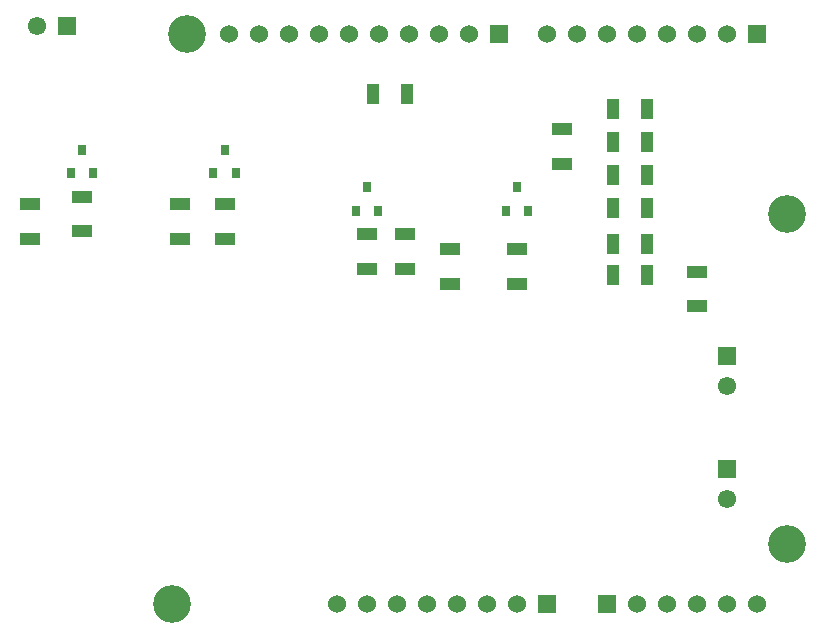
<source format=gbr>
%TF.GenerationSoftware,Altium Limited,Altium Designer,19.1.8 (144)*%
G04 Layer_Color=255*
%FSLAX26Y26*%
%MOIN*%
%TF.FileFunction,Pads,Bot*%
%TF.Part,Single*%
G01*
G75*
%TA.AperFunction,ComponentPad*%
%ADD17C,0.061024*%
%ADD18R,0.061024X0.061024*%
%ADD19R,0.061024X0.061024*%
%ADD20C,0.060000*%
%ADD21R,0.060000X0.060000*%
%TA.AperFunction,ViaPad*%
%ADD22C,0.125984*%
%TA.AperFunction,SMDPad,CuDef*%
%ADD24R,0.066929X0.043307*%
%ADD25R,0.043307X0.066929*%
%ADD26R,0.031496X0.035433*%
D17*
X100000Y2025000D02*
D03*
X2400000Y825000D02*
D03*
Y450000D02*
D03*
D18*
X200000Y2025000D02*
D03*
D19*
X2400000Y925000D02*
D03*
Y550000D02*
D03*
D20*
X1600000Y100000D02*
D03*
X1700000D02*
D03*
X1100000D02*
D03*
X1200000D02*
D03*
X1300000D02*
D03*
X1400000D02*
D03*
X1500000D02*
D03*
X2300000Y2000000D02*
D03*
X2400000D02*
D03*
X1800000D02*
D03*
X1900000D02*
D03*
X2000000D02*
D03*
X2100000D02*
D03*
X2200000D02*
D03*
X740000D02*
D03*
X840000D02*
D03*
X940000D02*
D03*
X1040000D02*
D03*
X1140000D02*
D03*
X1240000D02*
D03*
X1340000D02*
D03*
X1440000D02*
D03*
X1540000D02*
D03*
X2500000Y100000D02*
D03*
X2400000D02*
D03*
X2300000D02*
D03*
X2200000D02*
D03*
X2100000D02*
D03*
D21*
X1800000D02*
D03*
X2500000Y2000000D02*
D03*
X1640000D02*
D03*
X2000000Y100000D02*
D03*
D22*
X600000Y2000000D02*
D03*
X550000Y100000D02*
D03*
X2600000Y1400000D02*
D03*
Y300000D02*
D03*
D24*
X2300000Y1207087D02*
D03*
Y1092913D02*
D03*
X1850000Y1567913D02*
D03*
Y1682087D02*
D03*
X725000Y1317913D02*
D03*
Y1432087D02*
D03*
X1700000Y1167913D02*
D03*
Y1282087D02*
D03*
X575000Y1317913D02*
D03*
Y1432087D02*
D03*
X75000Y1317913D02*
D03*
Y1432087D02*
D03*
X250000Y1457087D02*
D03*
Y1342913D02*
D03*
X1475000Y1282087D02*
D03*
Y1167913D02*
D03*
X1325000Y1332087D02*
D03*
Y1217913D02*
D03*
X1200000Y1332087D02*
D03*
Y1217913D02*
D03*
D25*
X1217913Y1800000D02*
D03*
X1332086D02*
D03*
X2132087Y1749999D02*
D03*
X2017913D02*
D03*
Y1418749D02*
D03*
X2132087D02*
D03*
Y1529166D02*
D03*
X2017913D02*
D03*
X2132087Y1197916D02*
D03*
X2017913D02*
D03*
X2132087Y1639583D02*
D03*
X2017913D02*
D03*
Y1300000D02*
D03*
X2132087D02*
D03*
D26*
X1237402Y1410630D02*
D03*
X1162599D02*
D03*
X1200000Y1489370D02*
D03*
X1737402Y1410630D02*
D03*
X1662599D02*
D03*
X1700000Y1489370D02*
D03*
X762402Y1535630D02*
D03*
X687598D02*
D03*
X725000Y1614370D02*
D03*
X287402Y1535630D02*
D03*
X212599D02*
D03*
X250000Y1614370D02*
D03*
%TF.MD5,baa6e35ff63f294b2e6865a5f5bee1af*%
M02*

</source>
